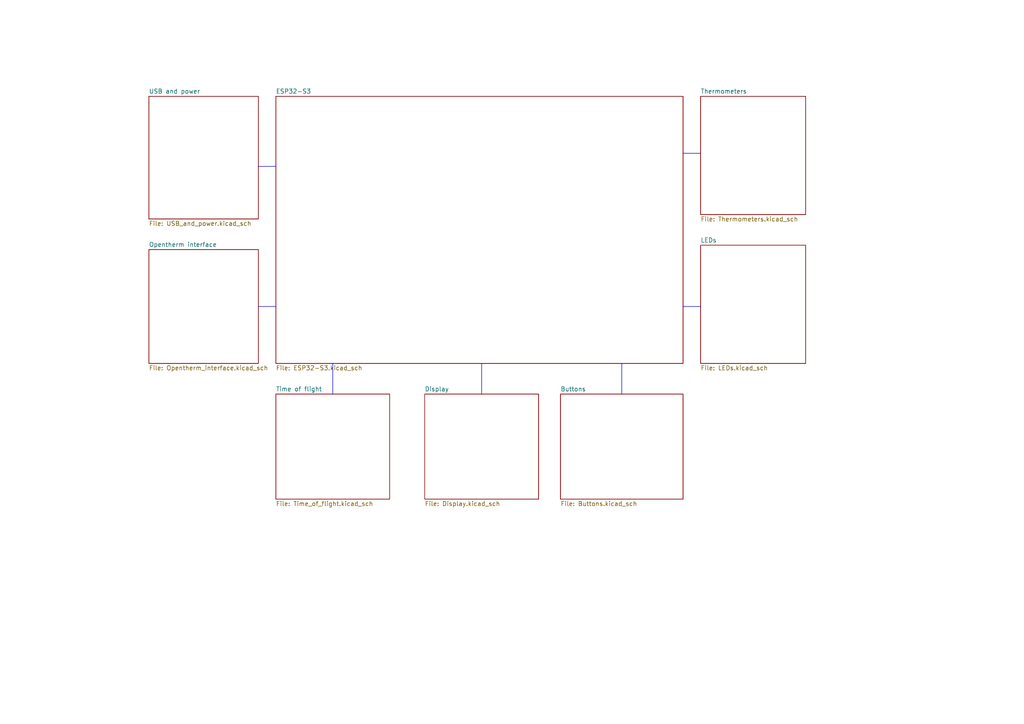
<source format=kicad_sch>
(kicad_sch
	(version 20231120)
	(generator "eeschema")
	(generator_version "8.0")
	(uuid "dee7d3c3-6abb-4cb3-8df4-3e3e37989a04")
	(paper "A4")
	(lib_symbols)
	(polyline
		(pts
			(xy 74.93 88.9) (xy 80.01 88.9)
		)
		(stroke
			(width 0)
			(type default)
		)
		(uuid "0925232c-50e5-4426-95b7-d76b80794736")
	)
	(polyline
		(pts
			(xy 74.93 48.26) (xy 80.01 48.26)
		)
		(stroke
			(width 0)
			(type default)
		)
		(uuid "1b34532d-3c32-4120-b003-a12b62afdcd0")
	)
	(polyline
		(pts
			(xy 180.34 114.3) (xy 180.34 105.41)
		)
		(stroke
			(width 0)
			(type default)
		)
		(uuid "2292b91f-13da-4d2e-8d29-f3cb6a68b571")
	)
	(polyline
		(pts
			(xy 198.12 88.9) (xy 203.2 88.9)
		)
		(stroke
			(width 0)
			(type default)
		)
		(uuid "674a8005-d430-4a31-8a46-5c5b4d45acd9")
	)
	(polyline
		(pts
			(xy 139.7 114.3) (xy 139.7 105.41)
		)
		(stroke
			(width 0)
			(type default)
		)
		(uuid "c08d59c0-26d9-4307-99d6-53b1d0a561e7")
	)
	(polyline
		(pts
			(xy 96.52 114.3) (xy 96.52 105.41)
		)
		(stroke
			(width 0)
			(type default)
		)
		(uuid "ed1d8cd0-35c4-48a6-8705-5554f44f3d85")
	)
	(polyline
		(pts
			(xy 198.12 44.45) (xy 203.2 44.45)
		)
		(stroke
			(width 0)
			(type default)
		)
		(uuid "ffd62481-d749-4525-a31d-a0accbcfc76a")
	)
	(sheet
		(at 203.2 27.94)
		(size 30.48 34.29)
		(fields_autoplaced yes)
		(stroke
			(width 0.1524)
			(type solid)
		)
		(fill
			(color 0 0 0 0.0000)
		)
		(uuid "1ee783e5-877a-4e23-8a1c-34a8f840b01c")
		(property "Sheetname" "Thermometers"
			(at 203.2 27.2284 0)
			(effects
				(font
					(size 1.27 1.27)
				)
				(justify left bottom)
			)
		)
		(property "Sheetfile" "Thermometers.kicad_sch"
			(at 203.2 62.8146 0)
			(effects
				(font
					(size 1.27 1.27)
				)
				(justify left top)
			)
		)
		(instances
			(project "Test 09. With ESP module"
				(path "/dee7d3c3-6abb-4cb3-8df4-3e3e37989a04"
					(page "6")
				)
			)
		)
	)
	(sheet
		(at 43.18 27.94)
		(size 31.75 35.56)
		(fields_autoplaced yes)
		(stroke
			(width 0.1524)
			(type solid)
		)
		(fill
			(color 0 0 0 0.0000)
		)
		(uuid "27673a3a-5c62-493b-b19a-59601297fae0")
		(property "Sheetname" "USB and power"
			(at 43.18 27.2284 0)
			(effects
				(font
					(size 1.27 1.27)
				)
				(justify left bottom)
			)
		)
		(property "Sheetfile" "USB_and_power.kicad_sch"
			(at 43.18 64.0846 0)
			(effects
				(font
					(size 1.27 1.27)
				)
				(justify left top)
			)
		)
		(instances
			(project "Test 09. With ESP module"
				(path "/dee7d3c3-6abb-4cb3-8df4-3e3e37989a04"
					(page "3")
				)
			)
		)
	)
	(sheet
		(at 123.19 114.3)
		(size 33.02 30.48)
		(fields_autoplaced yes)
		(stroke
			(width 0.1524)
			(type solid)
		)
		(fill
			(color 0 0 0 0.0000)
		)
		(uuid "4ee7237d-7490-448a-a94f-f4ace25b8494")
		(property "Sheetname" "Display"
			(at 123.19 113.5884 0)
			(effects
				(font
					(size 1.27 1.27)
				)
				(justify left bottom)
			)
		)
		(property "Sheetfile" "Display.kicad_sch"
			(at 123.19 145.3646 0)
			(effects
				(font
					(size 1.27 1.27)
				)
				(justify left top)
			)
		)
		(instances
			(project "Test 09. With ESP module"
				(path "/dee7d3c3-6abb-4cb3-8df4-3e3e37989a04"
					(page "5")
				)
			)
		)
	)
	(sheet
		(at 43.18 72.39)
		(size 31.75 33.02)
		(fields_autoplaced yes)
		(stroke
			(width 0.1524)
			(type solid)
		)
		(fill
			(color 0 0 0 0.0000)
		)
		(uuid "7a22ee33-5bef-4c62-b34e-91e104b3ec80")
		(property "Sheetname" "Opentherm interface"
			(at 43.18 71.6784 0)
			(effects
				(font
					(size 1.27 1.27)
				)
				(justify left bottom)
			)
		)
		(property "Sheetfile" "Opentherm_interface.kicad_sch"
			(at 43.18 105.9946 0)
			(effects
				(font
					(size 1.27 1.27)
				)
				(justify left top)
			)
		)
		(instances
			(project "Test 09. With ESP module"
				(path "/dee7d3c3-6abb-4cb3-8df4-3e3e37989a04"
					(page "4")
				)
			)
		)
	)
	(sheet
		(at 80.01 114.3)
		(size 33.02 30.48)
		(fields_autoplaced yes)
		(stroke
			(width 0.1524)
			(type solid)
		)
		(fill
			(color 0 0 0 0.0000)
		)
		(uuid "9496b48a-90bf-416c-bf1c-039c65c989b9")
		(property "Sheetname" "Time of flight"
			(at 80.01 113.5884 0)
			(effects
				(font
					(size 1.27 1.27)
				)
				(justify left bottom)
			)
		)
		(property "Sheetfile" "Time_of_flight.kicad_sch"
			(at 80.01 145.3646 0)
			(effects
				(font
					(size 1.27 1.27)
				)
				(justify left top)
			)
		)
		(instances
			(project "Test 09. With ESP module"
				(path "/dee7d3c3-6abb-4cb3-8df4-3e3e37989a04"
					(page "9")
				)
			)
		)
	)
	(sheet
		(at 80.01 27.94)
		(size 118.11 77.47)
		(fields_autoplaced yes)
		(stroke
			(width 0.1524)
			(type solid)
		)
		(fill
			(color 0 0 0 0.0000)
		)
		(uuid "bd5268ae-2faf-441e-9d8c-8a98dae2e504")
		(property "Sheetname" "ESP32-S3"
			(at 80.01 27.2284 0)
			(effects
				(font
					(size 1.27 1.27)
				)
				(justify left bottom)
			)
		)
		(property "Sheetfile" "ESP32-S3.kicad_sch"
			(at 80.01 105.9946 0)
			(effects
				(font
					(size 1.27 1.27)
				)
				(justify left top)
			)
		)
		(instances
			(project "Test 09. With ESP module"
				(path "/dee7d3c3-6abb-4cb3-8df4-3e3e37989a04"
					(page "2")
				)
			)
		)
	)
	(sheet
		(at 162.56 114.3)
		(size 35.56 30.48)
		(fields_autoplaced yes)
		(stroke
			(width 0.1524)
			(type solid)
		)
		(fill
			(color 0 0 0 0.0000)
		)
		(uuid "c10dcd2b-f94d-4b79-ac64-852f0c201877")
		(property "Sheetname" "Buttons"
			(at 162.56 113.5884 0)
			(effects
				(font
					(size 1.27 1.27)
				)
				(justify left bottom)
			)
		)
		(property "Sheetfile" "Buttons.kicad_sch"
			(at 162.56 145.3646 0)
			(effects
				(font
					(size 1.27 1.27)
				)
				(justify left top)
			)
		)
		(instances
			(project "Test 09. With ESP module"
				(path "/dee7d3c3-6abb-4cb3-8df4-3e3e37989a04"
					(page "7")
				)
			)
		)
	)
	(sheet
		(at 203.2 71.12)
		(size 30.48 34.29)
		(fields_autoplaced yes)
		(stroke
			(width 0.1524)
			(type solid)
		)
		(fill
			(color 0 0 0 0.0000)
		)
		(uuid "e6947289-cd9f-4e72-bd23-2c845458e136")
		(property "Sheetname" "LEDs"
			(at 203.2 70.4084 0)
			(effects
				(font
					(size 1.27 1.27)
				)
				(justify left bottom)
			)
		)
		(property "Sheetfile" "LEDs.kicad_sch"
			(at 203.2 105.9946 0)
			(effects
				(font
					(size 1.27 1.27)
				)
				(justify left top)
			)
		)
		(instances
			(project "Test 09. With ESP module"
				(path "/dee7d3c3-6abb-4cb3-8df4-3e3e37989a04"
					(page "8")
				)
			)
		)
	)
	(sheet_instances
		(path "/"
			(page "1")
		)
	)
)

</source>
